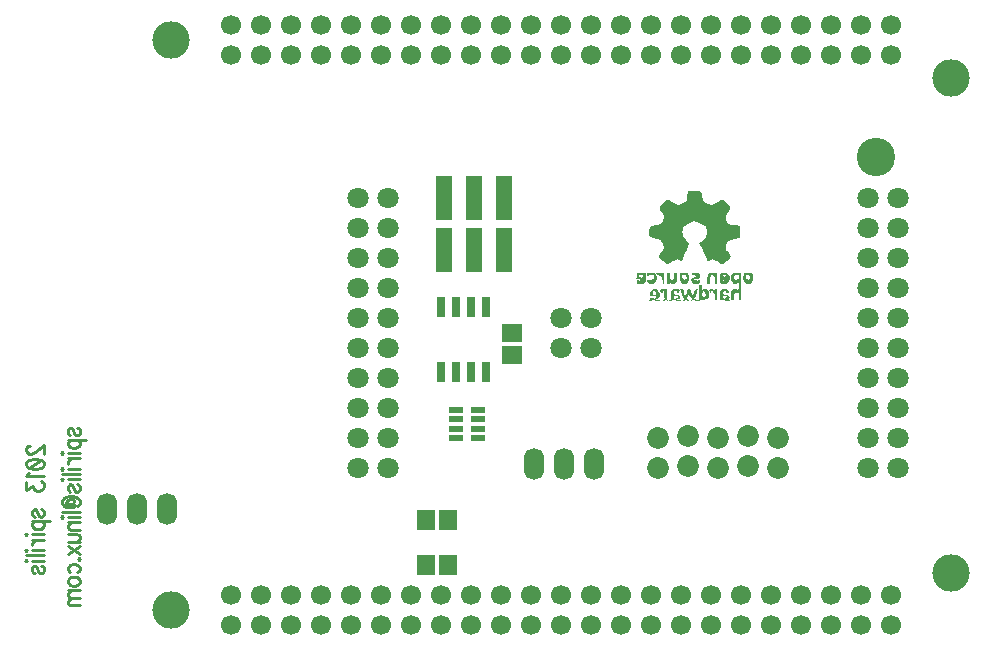
<source format=gbs>
G04 DipTrace 2.3.1.0*
%INbbblp30.GBS*%
%MOMM*%
%ADD12C,0.076*%
%ADD28C,3.175*%
%ADD29C,3.25*%
%ADD34R,1.3X0.6*%
%ADD36R,1.47X3.8*%
%ADD38R,1.7X1.5*%
%ADD40R,0.75X1.7*%
%ADD42C,1.85*%
%ADD44R,1.5X1.7*%
%ADD46O,1.7X2.7*%
%ADD48C,1.8*%
%ADD50C,1.7*%
%ADD53C,0.235*%
%FSLAX53Y53*%
G04*
G71*
G90*
G75*
G01*
%LNBotMask*%
%LPD*%
D50*
X29685Y14439D3*
X32225D3*
X34765D3*
X37305D3*
X39845D3*
X42385D3*
X44925D3*
X47465D3*
X50005D3*
X52545D3*
X55085D3*
X57625D3*
X60165D3*
X62705D3*
X65245D3*
X67785D3*
X70325D3*
X72865D3*
X75405D3*
X77945D3*
X80485D3*
X83025D3*
X85565D3*
Y11899D3*
X83025D3*
X80485D3*
X77945D3*
X75405D3*
X72865D3*
X70325D3*
X67785D3*
X65245D3*
X62705D3*
X60165D3*
X57625D3*
X55085D3*
X52545D3*
X50005D3*
X47465D3*
X44925D3*
X42385D3*
X39845D3*
X37305D3*
X34765D3*
X32225D3*
X29685D3*
Y62699D3*
X32225D3*
X34765D3*
X37305D3*
X39845D3*
X42385D3*
X44925D3*
X47465D3*
X50005D3*
X52545D3*
X55085D3*
X57625D3*
X60165D3*
X62705D3*
X65245D3*
X67785D3*
X70325D3*
X72865D3*
X75405D3*
X77945D3*
X80485D3*
X83025D3*
X85565D3*
Y60159D3*
X83025D3*
X80485D3*
X77945D3*
X75405D3*
X72865D3*
X70325D3*
X67785D3*
X65245D3*
X62705D3*
X60165D3*
X57625D3*
X55085D3*
X52545D3*
X50005D3*
X47465D3*
X44925D3*
X42385D3*
X39845D3*
X37305D3*
X34765D3*
X32225D3*
X29685D3*
D28*
X90645Y58254D3*
Y16344D3*
X24605Y61429D3*
Y13169D3*
D48*
X40480Y25234D3*
Y27774D3*
Y30314D3*
Y32854D3*
Y35394D3*
Y37934D3*
Y40474D3*
Y43014D3*
Y45554D3*
Y48094D3*
X86200Y25234D3*
Y27774D3*
Y30314D3*
Y32854D3*
Y35394D3*
Y37934D3*
Y40474D3*
Y43014D3*
Y45554D3*
Y48094D3*
X43020D3*
Y45554D3*
Y43014D3*
Y40474D3*
Y37934D3*
Y35394D3*
Y32854D3*
Y30314D3*
Y27774D3*
Y25234D3*
X83660Y48094D3*
Y45554D3*
Y43014D3*
Y40474D3*
Y37934D3*
Y35394D3*
Y32854D3*
Y30314D3*
Y27774D3*
Y25234D3*
D46*
X19207Y21742D3*
X21748D3*
X24287D3*
X55402Y25552D3*
X57942D3*
X60482D3*
D48*
X57625Y35394D3*
X60165D3*
X57625Y37934D3*
X60165D3*
D42*
X65880Y25234D3*
X68420Y25361D3*
X70960Y25234D3*
X73500Y25361D3*
X76040Y25234D3*
Y27774D3*
X73500Y27901D3*
X70960Y27774D3*
X68420Y27901D3*
X65880Y27774D3*
D40*
X47465Y38886D3*
X48735D3*
X50005D3*
X51275D3*
Y33330D3*
X50005D3*
X48735D3*
X47465D3*
D38*
X53498Y34764D3*
Y36664D3*
D36*
X47782Y48094D3*
X50322D3*
X47782Y43654D3*
X50322D3*
X52863Y48094D3*
Y43654D3*
D34*
X48735Y27774D3*
Y28574D3*
Y29374D3*
Y30174D3*
X50615Y27774D3*
Y28574D3*
Y29374D3*
Y30174D3*
D44*
X48100Y20789D3*
X46200D3*
X48100Y16979D3*
X46200D3*
D29*
X84295Y51587D3*
X68383Y48653D2*
D12*
X69371D1*
X68383Y48577D2*
X69441D1*
X68380Y48501D2*
X69493D1*
X68370Y48425D2*
X69509D1*
X68352Y48349D2*
X69520D1*
X68333Y48273D2*
X69533D1*
X68319Y48197D2*
X69553D1*
X68312Y48121D2*
X69573D1*
X68309Y48045D2*
X69587D1*
X68304Y47969D2*
X69597D1*
X66559Y47893D2*
X66711D1*
X68294D2*
X69610D1*
X71195D2*
X71347D1*
X66451Y47817D2*
X66857D1*
X68250D2*
X69655D1*
X71049D2*
X71455D1*
X66360Y47741D2*
X66991D1*
X68156D2*
X69750D1*
X70915D2*
X71546D1*
X66281Y47665D2*
X67121D1*
X68030D2*
X69876D1*
X70785D2*
X71625D1*
X66202Y47589D2*
X67293D1*
X67831D2*
X70075D1*
X70613D2*
X71704D1*
X66121Y47513D2*
X67546D1*
X67530D2*
X70376D1*
X70360D2*
X71785D1*
X66053Y47437D2*
X71853D1*
X66002Y47361D2*
X71904D1*
X66002Y47285D2*
X71904D1*
X66013Y47209D2*
X71893D1*
X66037Y47133D2*
X71869D1*
X66079Y47057D2*
X71833D1*
X66140Y46981D2*
X71758D1*
X66204Y46905D2*
X71685D1*
X66258Y46829D2*
X71628D1*
X66305Y46753D2*
X71588D1*
X66344Y46677D2*
X71555D1*
X66371Y46601D2*
X71529D1*
X66386Y46525D2*
X71516D1*
X66371Y46449D2*
X71518D1*
X66352Y46373D2*
X71532D1*
X66330Y46297D2*
X71553D1*
X66305Y46221D2*
X71576D1*
X66277Y46145D2*
X68694D1*
X69121D2*
X71607D1*
X66241Y46069D2*
X68493D1*
X69366D2*
X71650D1*
X66193Y45993D2*
X68334D1*
X69550D2*
X71706D1*
X66066Y45917D2*
X68216D1*
X69679D2*
X71838D1*
X65865Y45841D2*
X68119D1*
X69774D2*
X72054D1*
X65614Y45765D2*
X68039D1*
X69848D2*
X72363D1*
X65393Y45689D2*
X67980D1*
X69903D2*
X72715D1*
X65223Y45613D2*
X67940D1*
X69941D2*
X72715D1*
X65156Y45537D2*
X67906D1*
X69965D2*
X72715D1*
X65134Y45461D2*
X67881D1*
X69984D2*
X72715D1*
X65123Y45385D2*
X67865D1*
X70007D2*
X72715D1*
X65118Y45309D2*
X67857D1*
X70025D2*
X72715D1*
X65116Y45233D2*
X67856D1*
X70030D2*
X72715D1*
X65115Y45157D2*
X67865D1*
X70019D2*
X72715D1*
X65115Y45081D2*
X67882D1*
X70002D2*
X72715D1*
X65120Y45005D2*
X67902D1*
X69988D2*
X72715D1*
X65131Y44929D2*
X67918D1*
X69971D2*
X72715D1*
X65207Y44853D2*
X67941D1*
X69944D2*
X72715D1*
X65436Y44777D2*
X67974D1*
X69901D2*
X72715D1*
X65748Y44701D2*
X68049D1*
X69840D2*
X72325D1*
X66103Y44625D2*
X68125D1*
X69768D2*
X72021D1*
X66127Y44549D2*
X68194D1*
X69686D2*
X71794D1*
X66167Y44473D2*
X68262D1*
X69589D2*
X71705D1*
X66216Y44397D2*
X68332D1*
X69481D2*
X71664D1*
X66261Y44321D2*
X68390D1*
X69371D2*
X71628D1*
X66295Y44245D2*
X68433D1*
X69407D2*
X71592D1*
X66317Y44169D2*
X68394D1*
X69434D2*
X71558D1*
X66336Y44093D2*
X68353D1*
X69465D2*
X71531D1*
X66356Y44017D2*
X68318D1*
X69509D2*
X71517D1*
X66372Y43941D2*
X68286D1*
X69559D2*
X71518D1*
X66353Y43865D2*
X68260D1*
X69605D2*
X71533D1*
X66320Y43789D2*
X68242D1*
X69641D2*
X71554D1*
X66285Y43713D2*
X68224D1*
X69671D2*
X71582D1*
X66244Y43637D2*
X68197D1*
X69699D2*
X71629D1*
X66188Y43561D2*
X68156D1*
X69729D2*
X71698D1*
X66123Y43485D2*
X68106D1*
X69763D2*
X71772D1*
X66066Y43409D2*
X68059D1*
X69807D2*
X71836D1*
X66020Y43333D2*
X68027D1*
X69852D2*
X71884D1*
X65983Y43257D2*
X68002D1*
X69890D2*
X71923D1*
X65974Y43181D2*
X67974D1*
X69923D2*
X71932D1*
X65996Y43105D2*
X67942D1*
X69952D2*
X71910D1*
X66060Y43029D2*
X67908D1*
X69980D2*
X71846D1*
X66140Y42953D2*
X67325D1*
X67623D2*
X67878D1*
X70014D2*
X70283D1*
X70581D2*
X71766D1*
X66221Y42877D2*
X67192D1*
X67775D2*
X67851D1*
X70055D2*
X70131D1*
X70714D2*
X71685D1*
X66292Y42801D2*
X67077D1*
X70829D2*
X71614D1*
X66367Y42725D2*
X66964D1*
X70942D2*
X71539D1*
X66457Y42649D2*
X66841D1*
X71065D2*
X71449D1*
X66559Y42573D2*
X66711D1*
X71195D2*
X71347D1*
X64127Y41737D2*
X64735D1*
X64963D2*
X65571D1*
X65723D2*
X66331D1*
X66635D2*
X66787D1*
X67243D2*
X67395D1*
X67775D2*
X68307D1*
X68763D2*
X69295D1*
X70207D2*
X70815D1*
X71195D2*
X71651D1*
X72183D2*
X72791D1*
X73171D2*
X73779D1*
X64092Y41661D2*
X64761D1*
X64963D2*
X65618D1*
X65885D2*
X66331D1*
X66635D2*
X66787D1*
X67243D2*
X67395D1*
X67740D2*
X68359D1*
X68763D2*
X69330D1*
X70137D2*
X70815D1*
X71160D2*
X71747D1*
X72113D2*
X72791D1*
X73136D2*
X73805D1*
X64070Y41585D2*
X64203D1*
X64569D2*
X64784D1*
X64963D2*
X65039D1*
X65501D2*
X65658D1*
X66035D2*
X66331D1*
X66635D2*
X66787D1*
X67243D2*
X67395D1*
X67718D2*
X67851D1*
X68216D2*
X68404D1*
X69219D2*
X69351D1*
X70085D2*
X70298D1*
X70557D2*
X70815D1*
X71138D2*
X71276D1*
X71646D2*
X71825D1*
X72061D2*
X72274D1*
X72715D2*
X72791D1*
X73114D2*
X73247D1*
X73612D2*
X73828D1*
X64059Y41509D2*
X64203D1*
X64618D2*
X64798D1*
X65515D2*
X65689D1*
X66161D2*
X66331D1*
X66635D2*
X66787D1*
X67243D2*
X67395D1*
X67707D2*
X67851D1*
X68261D2*
X68433D1*
X69119D2*
X69362D1*
X70069D2*
X70253D1*
X70660D2*
X70815D1*
X71127D2*
X71311D1*
X71611D2*
X71853D1*
X72045D2*
X72229D1*
X72715D2*
X72791D1*
X73103D2*
X73247D1*
X73657D2*
X73842D1*
X64054Y41433D2*
X64203D1*
X64659D2*
X64805D1*
X65574D2*
X65704D1*
X66217D2*
X66331D1*
X66635D2*
X66787D1*
X67243D2*
X67395D1*
X67702D2*
X67851D1*
X68286D2*
X68448D1*
X68984D2*
X69336D1*
X70061D2*
X70228D1*
X70700D2*
X70815D1*
X71122D2*
X71430D1*
X71492D2*
X71868D1*
X72037D2*
X72204D1*
X72714D2*
X72791D1*
X73098D2*
X73247D1*
X73682D2*
X73849D1*
X64052Y41357D2*
X64809D1*
X65647D2*
X65704D1*
X66237D2*
X66331D1*
X66635D2*
X66791D1*
X67239D2*
X67395D1*
X67700D2*
X67855D1*
X68294D2*
X68454D1*
X68839D2*
X69206D1*
X70057D2*
X70216D1*
X70722D2*
X70815D1*
X71120D2*
X71872D1*
X72034D2*
X72196D1*
X72708D2*
X72791D1*
X73096D2*
X73251D1*
X73690D2*
X73853D1*
X64051Y41281D2*
X64807D1*
X65553D2*
X65690D1*
X66248D2*
X66331D1*
X66635D2*
X66801D1*
X67229D2*
X67395D1*
X67702D2*
X67865D1*
X68291D2*
X68451D1*
X68728D2*
X69005D1*
X70056D2*
X70210D1*
X70733D2*
X70815D1*
X71119D2*
X71865D1*
X72038D2*
X72199D1*
X72691D2*
X72791D1*
X73098D2*
X73261D1*
X73687D2*
X73851D1*
X64659Y41205D2*
X64797D1*
X65442D2*
X65671D1*
X66252D2*
X66331D1*
X66635D2*
X66857D1*
X67173D2*
X67394D1*
X67712D2*
X67921D1*
X68236D2*
X68440D1*
X68646D2*
X68763D1*
X70055D2*
X70208D1*
X70737D2*
X70815D1*
X71651D2*
X71847D1*
X72050D2*
X72254D1*
X72606D2*
X72791D1*
X73108D2*
X73317D1*
X73632D2*
X73841D1*
X64127Y41129D2*
X64203D1*
X64441D2*
X64774D1*
X64963D2*
X65115D1*
X65292D2*
X65649D1*
X66254D2*
X66331D1*
X66635D2*
X66999D1*
X67031D2*
X67385D1*
X67736D2*
X68063D1*
X68094D2*
X68396D1*
X68684D2*
X68981D1*
X69219D2*
X69371D1*
X70055D2*
X70207D1*
X70738D2*
X70815D1*
X71119D2*
X71271D1*
X71509D2*
X71822D1*
X72094D2*
X72396D1*
X72409D2*
X72791D1*
X73132D2*
X73459D1*
X73490D2*
X73818D1*
X64097Y41053D2*
X64731D1*
X64983D2*
X65620D1*
X66255D2*
X66331D1*
X66635D2*
X67365D1*
X67779D2*
X68343D1*
X68731D2*
X69357D1*
X70055D2*
X70207D1*
X70739D2*
X70815D1*
X71133D2*
X71785D1*
X72147D2*
X72791D1*
X73175D2*
X73775D1*
X64107Y40977D2*
X64664D1*
X65042D2*
X65529D1*
X66255D2*
X66331D1*
X66635D2*
X67276D1*
X67846D2*
X68288D1*
X68783D2*
X69330D1*
X70055D2*
X70207D1*
X70739D2*
X70815D1*
X71160D2*
X71726D1*
X72202D2*
X72791D1*
X73242D2*
X73708D1*
X64127Y40901D2*
X64583D1*
X65115D2*
X65419D1*
X66255D2*
X66331D1*
X66635D2*
X66787D1*
X66939D2*
X67167D1*
X67927D2*
X68231D1*
X68839D2*
X69295D1*
X70055D2*
X70207D1*
X70739D2*
X70815D1*
X71195D2*
X71651D1*
X72259D2*
X72487D1*
X72715D2*
X72791D1*
X73323D2*
X73627D1*
X72715Y40825D2*
X72791D1*
X69371Y40749D2*
X69523D1*
X72715D2*
X72791D1*
X69371Y40673D2*
X69523D1*
X72715D2*
X72791D1*
X69371Y40597D2*
X69523D1*
X72714D2*
X72791D1*
X69371Y40521D2*
X69523D1*
X72709D2*
X72791D1*
X69371Y40445D2*
X69523D1*
X72695D2*
X72791D1*
X65419Y40369D2*
X65647D1*
X66103D2*
X66255D1*
X66407D2*
X66559D1*
X67167D2*
X67547D1*
X67775D2*
X67927D1*
X68383D2*
X68535D1*
X69067D2*
X69143D1*
X69371D2*
X69523D1*
X69675D2*
X69903D1*
X70283D2*
X70435D1*
X70739D2*
X70815D1*
X71347D2*
X71651D1*
X72259D2*
X72487D1*
X72636D2*
X72791D1*
X65323Y40293D2*
X65755D1*
X66027D2*
X66559D1*
X67062D2*
X67623D1*
X67781D2*
X67953D1*
X68357D2*
X68541D1*
X68997D2*
X69117D1*
X69371D2*
X69990D1*
X70207D2*
X70815D1*
X71242D2*
X71722D1*
X72172D2*
X72791D1*
X65245Y40217D2*
X65407D1*
X65659D2*
X65830D1*
X66067D2*
X66179D1*
X66343D2*
X66559D1*
X66984D2*
X67155D1*
X67471D2*
X67583D1*
X67793D2*
X67976D1*
X68334D2*
X68553D1*
X68945D2*
X69094D1*
X69371D2*
X69587D1*
X69770D2*
X70067D1*
X70247D2*
X70283D1*
X70529D2*
X70815D1*
X71164D2*
X71335D1*
X71651D2*
X71769D1*
X72095D2*
X72791D1*
X65217Y40141D2*
X65388D1*
X65678D2*
X65882D1*
X66103D2*
X66179D1*
X66362D2*
X66559D1*
X66960D2*
X67136D1*
X67471D2*
X67547D1*
X67835D2*
X67991D1*
X68316D2*
X68595D1*
X68926D2*
X69077D1*
X69371D2*
X69568D1*
X69823D2*
X70099D1*
X70283D2*
D3*
X70567D2*
X70815D1*
X71140D2*
X71316D1*
X71651D2*
X71803D1*
X72063D2*
X72791D1*
X65202Y40065D2*
X65365D1*
X65701D2*
X65916D1*
X66381D2*
X66559D1*
X66948D2*
X67113D1*
X67878D2*
X68004D1*
X68298D2*
X68638D1*
X68902D2*
X69060D1*
X69371D2*
X69549D1*
X69882D2*
X70117D1*
X70623D2*
X70815D1*
X71128D2*
X71293D1*
X72045D2*
X72274D1*
X72715D2*
X72791D1*
X65195Y39989D2*
X65343D1*
X65723D2*
X65935D1*
X66395D2*
X66559D1*
X66942D2*
X67091D1*
X67915D2*
X68022D1*
X68249D2*
X68677D1*
X68867D2*
X69038D1*
X69371D2*
X69535D1*
X69934D2*
X70126D1*
X70675D2*
X70815D1*
X71122D2*
X71271D1*
X72036D2*
X72229D1*
X72715D2*
X72791D1*
X65193Y39913D2*
X65944D1*
X66402D2*
X66559D1*
X66940D2*
X67363D1*
X67947D2*
X68082D1*
X68135D2*
X68307D1*
X68520D2*
X68718D1*
X68782D2*
X69017D1*
X69371D2*
X69530D1*
X69952D2*
X70129D1*
X70709D2*
X70815D1*
X71120D2*
X71543D1*
X72033D2*
X72204D1*
X72715D2*
X72791D1*
X65723Y39837D2*
X65945D1*
X66405D2*
X66559D1*
X66939D2*
X67094D1*
X67443D2*
X67570D1*
X67973D2*
X68304D1*
X68565D2*
X68998D1*
X69371D2*
X69529D1*
X69938D2*
X70130D1*
X70726D2*
X70815D1*
X71119D2*
X71274D1*
X71635D2*
X71750D1*
X72032D2*
X72192D1*
X72715D2*
X72791D1*
X65709Y39761D2*
X65941D1*
X66407D2*
X66558D1*
X66939D2*
X67106D1*
X67542D2*
X67648D1*
X67993D2*
X68293D1*
X68597D2*
X68971D1*
X69371D2*
X69564D1*
X69884D2*
X70127D1*
X70734D2*
X70815D1*
X71119D2*
X71286D1*
X71687D2*
X71828D1*
X72031D2*
X72186D1*
X72715D2*
X72791D1*
X65682Y39685D2*
X65910D1*
X66416D2*
X66549D1*
X66939D2*
X67132D1*
X67623D2*
X67669D1*
X68013D2*
X68274D1*
X68628D2*
X68925D1*
X69371D2*
X69682D1*
X69754D2*
X70121D1*
X70737D2*
X70815D1*
X71119D2*
X71312D1*
X71637D2*
X71851D1*
X72031D2*
X72184D1*
X72715D2*
X72791D1*
X65191Y39609D2*
X65419D1*
X65647D2*
X65798D1*
X66437D2*
X66529D1*
X66939D2*
X67167D1*
X67395D2*
X67679D1*
X68071D2*
X68214D1*
X68727D2*
X68861D1*
X69371D2*
X69919D1*
X70738D2*
X70815D1*
X71119D2*
X71347D1*
X71575D2*
X71832D1*
X72031D2*
X72183D1*
X72715D2*
X72791D1*
X65191Y39533D2*
X65489D1*
X66526D2*
X66440D1*
X66939D2*
X67257D1*
X68215D2*
X68120D1*
X68881D2*
X68780D1*
X69371D2*
X69577D1*
X70739D2*
X70815D1*
X71119D2*
X71803D1*
X72031D2*
X72183D1*
X72715D2*
X72791D1*
X68383Y48653D2*
Y48577D1*
X68380Y48501D1*
X68370Y48425D1*
X68352Y48349D1*
X68333Y48273D1*
X68319Y48197D1*
X68312Y48121D1*
X68309Y48045D1*
X68304Y47969D1*
X68294Y47893D1*
X68250Y47817D1*
X68156Y47741D1*
X68030Y47665D1*
X67831Y47589D1*
X67530Y47513D1*
X67167Y47437D1*
X69371Y48653D2*
X69441Y48577D1*
X69493Y48501D1*
X69509Y48425D1*
X69520Y48349D1*
X69533Y48273D1*
X69553Y48197D1*
X69573Y48121D1*
X69587Y48045D1*
X69597Y47969D1*
X69610Y47893D1*
X69655Y47817D1*
X69750Y47741D1*
X69876Y47665D1*
X70075Y47589D1*
X70376Y47513D1*
X70739Y47437D1*
X66559Y47893D2*
X66451Y47817D1*
X66360Y47741D1*
X66281Y47665D1*
X66202Y47589D1*
X66121Y47513D1*
X66053Y47437D1*
X66002Y47361D1*
Y47285D1*
X66013Y47209D1*
X66037Y47133D1*
X66079Y47057D1*
X66140Y46981D1*
X66204Y46905D1*
X66258Y46829D1*
X66305Y46753D1*
X66344Y46677D1*
X66371Y46601D1*
X66386Y46525D1*
X66371Y46449D1*
X66352Y46373D1*
X66330Y46297D1*
X66305Y46221D1*
X66277Y46145D1*
X66241Y46069D1*
X66193Y45993D1*
X66066Y45917D1*
X65865Y45841D1*
X65614Y45765D1*
X65393Y45689D1*
X65223Y45613D1*
X65156Y45537D1*
X65134Y45461D1*
X65123Y45385D1*
X65118Y45309D1*
X65116Y45233D1*
X65115Y45157D1*
Y45081D1*
X65120Y45005D1*
X65131Y44929D1*
X65207Y44853D1*
X65436Y44777D1*
X65748Y44701D1*
X66103Y44625D1*
X66127Y44549D1*
X66167Y44473D1*
X66216Y44397D1*
X66261Y44321D1*
X66295Y44245D1*
X66317Y44169D1*
X66336Y44093D1*
X66356Y44017D1*
X66372Y43941D1*
X66353Y43865D1*
X66320Y43789D1*
X66285Y43713D1*
X66244Y43637D1*
X66188Y43561D1*
X66123Y43485D1*
X66066Y43409D1*
X66020Y43333D1*
X65983Y43257D1*
X65974Y43181D1*
X65996Y43105D1*
X66060Y43029D1*
X66140Y42953D1*
X66221Y42877D1*
X66292Y42801D1*
X66367Y42725D1*
X66457Y42649D1*
X66559Y42573D1*
X66711Y47893D2*
X66857Y47817D1*
X66991Y47741D1*
X67121Y47665D1*
X67293Y47589D1*
X67546Y47513D1*
X67851Y47437D1*
X71195Y47893D2*
X71049Y47817D1*
X70915Y47741D1*
X70785Y47665D1*
X70613Y47589D1*
X70360Y47513D1*
X70055Y47437D1*
X71347Y47893D2*
X71455Y47817D1*
X71546Y47741D1*
X71625Y47665D1*
X71704Y47589D1*
X71785Y47513D1*
X71853Y47437D1*
X71904Y47361D1*
Y47285D1*
X71893Y47209D1*
X71869Y47133D1*
X71833Y47057D1*
X71758Y46981D1*
X71685Y46905D1*
X71628Y46829D1*
X71588Y46753D1*
X71555Y46677D1*
X71529Y46601D1*
X71516Y46525D1*
X71518Y46449D1*
X71532Y46373D1*
X71553Y46297D1*
X71576Y46221D1*
X71607Y46145D1*
X71650Y46069D1*
X71706Y45993D1*
X71838Y45917D1*
X72054Y45841D1*
X72363Y45765D1*
X72715Y45689D1*
Y45613D1*
Y45537D1*
Y45461D1*
Y45385D1*
Y45309D1*
Y45233D1*
Y45157D1*
Y45081D1*
Y45005D1*
Y44929D1*
Y44853D1*
Y44777D1*
X72325Y44701D1*
X72021Y44625D1*
X71794Y44549D1*
X71705Y44473D1*
X71664Y44397D1*
X71628Y44321D1*
X71592Y44245D1*
X71558Y44169D1*
X71531Y44093D1*
X71517Y44017D1*
X71518Y43941D1*
X71533Y43865D1*
X71554Y43789D1*
X71582Y43713D1*
X71629Y43637D1*
X71698Y43561D1*
X71772Y43485D1*
X71836Y43409D1*
X71884Y43333D1*
X71923Y43257D1*
X71932Y43181D1*
X71910Y43105D1*
X71846Y43029D1*
X71766Y42953D1*
X71685Y42877D1*
X71614Y42801D1*
X71539Y42725D1*
X71449Y42649D1*
X71347Y42573D1*
X68915Y46221D2*
X68694Y46145D1*
X68493Y46069D1*
X68334Y45993D1*
X68216Y45917D1*
X68119Y45841D1*
X68039Y45765D1*
X67980Y45689D1*
X67940Y45613D1*
X67906Y45537D1*
X67881Y45461D1*
X67865Y45385D1*
X67857Y45309D1*
X67856Y45233D1*
X67865Y45157D1*
X67882Y45081D1*
X67902Y45005D1*
X67918Y44929D1*
X67941Y44853D1*
X67974Y44777D1*
X68049Y44701D1*
X68125Y44625D1*
X68194Y44549D1*
X68262Y44473D1*
X68332Y44397D1*
X68390Y44321D1*
X68433Y44245D1*
X68394Y44169D1*
X68353Y44093D1*
X68318Y44017D1*
X68286Y43941D1*
X68260Y43865D1*
X68242Y43789D1*
X68224Y43713D1*
X68197Y43637D1*
X68156Y43561D1*
X68106Y43485D1*
X68059Y43409D1*
X68027Y43333D1*
X68002Y43257D1*
X67974Y43181D1*
X67942Y43105D1*
X67908Y43029D1*
X67878Y42953D1*
X67851Y42877D1*
X68839Y46221D2*
X69121Y46145D1*
X69366Y46069D1*
X69550Y45993D1*
X69679Y45917D1*
X69774Y45841D1*
X69848Y45765D1*
X69903Y45689D1*
X69941Y45613D1*
X69965Y45537D1*
X69984Y45461D1*
X70007Y45385D1*
X70025Y45309D1*
X70030Y45233D1*
X70019Y45157D1*
X70002Y45081D1*
X69988Y45005D1*
X69971Y44929D1*
X69944Y44853D1*
X69901Y44777D1*
X69840Y44701D1*
X69768Y44625D1*
X69686Y44549D1*
X69589Y44473D1*
X69481Y44397D1*
X69371Y44321D1*
X69407Y44245D1*
X69434Y44169D1*
X69465Y44093D1*
X69509Y44017D1*
X69559Y43941D1*
X69605Y43865D1*
X69641Y43789D1*
X69671Y43713D1*
X69699Y43637D1*
X69729Y43561D1*
X69763Y43485D1*
X69807Y43409D1*
X69852Y43333D1*
X69890Y43257D1*
X69923Y43181D1*
X69952Y43105D1*
X69980Y43029D1*
X70014Y42953D1*
X70055Y42877D1*
X67471Y43029D2*
X67325Y42953D1*
X67192Y42877D1*
X67077Y42801D1*
X66964Y42725D1*
X66841Y42649D1*
X66711Y42573D1*
X67471Y43029D2*
X67623Y42953D1*
X67775Y42877D1*
X70435Y43029D2*
X70283Y42953D1*
X70131Y42877D1*
X70435Y43029D2*
X70581Y42953D1*
X70714Y42877D1*
X70829Y42801D1*
X70942Y42725D1*
X71065Y42649D1*
X71195Y42573D1*
X64127Y41737D2*
X64092Y41661D1*
X64070Y41585D1*
X64059Y41509D1*
X64054Y41433D1*
X64052Y41357D1*
X64051Y41281D1*
X64659Y41205D1*
X64441Y41129D1*
X64203Y41053D1*
X64735Y41737D2*
X64761Y41661D1*
X64784Y41585D1*
X64798Y41509D1*
X64805Y41433D1*
X64809Y41357D1*
X64807Y41281D1*
X64797Y41205D1*
X64774Y41129D1*
X64731Y41053D1*
X64664Y40977D1*
X64583Y40901D1*
X64963Y41737D2*
Y41661D1*
Y41585D1*
X65571Y41737D2*
X65618Y41661D1*
X65658Y41585D1*
X65689Y41509D1*
X65704Y41433D1*
Y41357D1*
X65690Y41281D1*
X65671Y41205D1*
X65649Y41129D1*
X65620Y41053D1*
X65529Y40977D1*
X65419Y40901D1*
X65723Y41737D2*
X65885Y41661D1*
X66035Y41585D1*
X66161Y41509D1*
X66217Y41433D1*
X66237Y41357D1*
X66248Y41281D1*
X66252Y41205D1*
X66254Y41129D1*
X66255Y41053D1*
Y40977D1*
Y40901D1*
X66331Y41737D2*
Y41661D1*
Y41585D1*
Y41509D1*
Y41433D1*
Y41357D1*
Y41281D1*
Y41205D1*
Y41129D1*
Y41053D1*
Y40977D1*
Y40901D1*
X66635Y41737D2*
Y41661D1*
Y41585D1*
Y41509D1*
Y41433D1*
Y41357D1*
Y41281D1*
Y41205D1*
Y41129D1*
Y41053D1*
Y40977D1*
Y40901D1*
X66787Y41737D2*
Y41661D1*
Y41585D1*
Y41509D1*
Y41433D1*
X66791Y41357D1*
X66801Y41281D1*
X66857Y41205D1*
X66999Y41129D1*
X67167Y41053D1*
X67243Y41737D2*
Y41661D1*
Y41585D1*
Y41509D1*
Y41433D1*
X67239Y41357D1*
X67229Y41281D1*
X67173Y41205D1*
X67031Y41129D1*
X66863Y41053D1*
X67395Y41737D2*
Y41661D1*
Y41585D1*
Y41509D1*
Y41433D1*
Y41357D1*
Y41281D1*
X67394Y41205D1*
X67385Y41129D1*
X67365Y41053D1*
X67276Y40977D1*
X67167Y40901D1*
X67775Y41737D2*
X67740Y41661D1*
X67718Y41585D1*
X67707Y41509D1*
X67702Y41433D1*
X67700Y41357D1*
X67702Y41281D1*
X67712Y41205D1*
X67736Y41129D1*
X67779Y41053D1*
X67846Y40977D1*
X67927Y40901D1*
X68307Y41737D2*
X68359Y41661D1*
X68404Y41585D1*
X68433Y41509D1*
X68448Y41433D1*
X68454Y41357D1*
X68451Y41281D1*
X68440Y41205D1*
X68396Y41129D1*
X68343Y41053D1*
X68288Y40977D1*
X68231Y40901D1*
X68763Y41737D2*
Y41661D1*
X69219Y41585D1*
X69119Y41509D1*
X68984Y41433D1*
X68839Y41357D1*
X68728Y41281D1*
X68646Y41205D1*
X68684Y41129D1*
X68731Y41053D1*
X68783Y40977D1*
X68839Y40901D1*
X69295Y41737D2*
X69330Y41661D1*
X69351Y41585D1*
X69362Y41509D1*
X69336Y41433D1*
X69206Y41357D1*
X69005Y41281D1*
X68763Y41205D1*
X68981Y41129D1*
X69219Y41053D1*
X70207Y41737D2*
X70137Y41661D1*
X70085Y41585D1*
X70069Y41509D1*
X70061Y41433D1*
X70057Y41357D1*
X70056Y41281D1*
X70055Y41205D1*
Y41129D1*
Y41053D1*
Y40977D1*
Y40901D1*
X70815Y41737D2*
Y41661D1*
Y41585D1*
Y41509D1*
Y41433D1*
Y41357D1*
Y41281D1*
Y41205D1*
Y41129D1*
Y41053D1*
Y40977D1*
Y40901D1*
X71195Y41737D2*
X71160Y41661D1*
X71138Y41585D1*
X71127Y41509D1*
X71122Y41433D1*
X71120Y41357D1*
X71119Y41281D1*
Y41205D1*
X71651D1*
X71509Y41129D1*
X71347Y41053D1*
X71651Y41737D2*
X71747Y41661D1*
X71825Y41585D1*
X71853Y41509D1*
X71868Y41433D1*
X71872Y41357D1*
X71865Y41281D1*
X71847Y41205D1*
X71822Y41129D1*
X71785Y41053D1*
X71726Y40977D1*
X71651Y40901D1*
X72183Y41737D2*
X72113Y41661D1*
X72061Y41585D1*
X72045Y41509D1*
X72037Y41433D1*
X72034Y41357D1*
X72038Y41281D1*
X72050Y41205D1*
X72094Y41129D1*
X72147Y41053D1*
X72202Y40977D1*
X72259Y40901D1*
X72791Y41737D2*
Y41661D1*
Y41585D1*
Y41509D1*
Y41433D1*
Y41357D1*
Y41281D1*
Y41205D1*
Y41129D1*
Y41053D1*
Y40977D1*
Y40901D1*
Y40825D1*
Y40749D1*
Y40673D1*
Y40597D1*
Y40521D1*
Y40445D1*
Y40369D1*
Y40293D1*
Y40217D1*
Y40141D1*
Y40065D1*
Y39989D1*
Y39913D1*
Y39837D1*
Y39761D1*
Y39685D1*
Y39609D1*
Y39533D1*
X73171Y41737D2*
X73136Y41661D1*
X73114Y41585D1*
X73103Y41509D1*
X73098Y41433D1*
X73096Y41357D1*
X73098Y41281D1*
X73108Y41205D1*
X73132Y41129D1*
X73175Y41053D1*
X73242Y40977D1*
X73323Y40901D1*
X73779Y41737D2*
X73805Y41661D1*
X73828Y41585D1*
X73842Y41509D1*
X73849Y41433D1*
X73853Y41357D1*
X73851Y41281D1*
X73841Y41205D1*
X73818Y41129D1*
X73775Y41053D1*
X73708Y40977D1*
X73627Y40901D1*
X64203Y41661D2*
Y41585D1*
Y41509D1*
Y41433D1*
X64583Y41357D1*
X64507Y41661D2*
X64569Y41585D1*
X64618Y41509D1*
X64659Y41433D1*
X64279Y41357D1*
X65115Y41661D2*
X65039Y41585D1*
X65495Y41661D2*
X65501Y41585D1*
X65515Y41509D1*
X65574Y41433D1*
X65647Y41357D1*
X65553Y41281D1*
X65442Y41205D1*
X65292Y41129D1*
X65115Y41053D1*
X67851Y41661D2*
Y41585D1*
Y41509D1*
Y41433D1*
X67855Y41357D1*
X67865Y41281D1*
X67921Y41205D1*
X68063Y41129D1*
X68231Y41053D1*
X68155Y41661D2*
X68216Y41585D1*
X68261Y41509D1*
X68286Y41433D1*
X68294Y41357D1*
X68291Y41281D1*
X68236Y41205D1*
X68094Y41129D1*
X67927Y41053D1*
X70359Y41661D2*
X70298Y41585D1*
X70253Y41509D1*
X70228Y41433D1*
X70216Y41357D1*
X70210Y41281D1*
X70208Y41205D1*
X70207Y41129D1*
Y41053D1*
Y40977D1*
Y40901D1*
X70435Y41661D2*
X70557Y41585D1*
X70660Y41509D1*
X70700Y41433D1*
X70722Y41357D1*
X70733Y41281D1*
X70737Y41205D1*
X70738Y41129D1*
X70739Y41053D1*
Y40977D1*
Y40901D1*
X71271Y41661D2*
X71276Y41585D1*
X71311Y41509D1*
X71430Y41433D1*
X71575Y41357D1*
X71651Y41661D2*
X71646Y41585D1*
X71611Y41509D1*
X71492Y41433D1*
X71347Y41357D1*
X72335Y41661D2*
X72274Y41585D1*
X72229Y41509D1*
X72204Y41433D1*
X72196Y41357D1*
X72199Y41281D1*
X72254Y41205D1*
X72396Y41129D1*
X72563Y41053D1*
X72715Y41661D2*
Y41585D1*
Y41509D1*
X72714Y41433D1*
X72708Y41357D1*
X72691Y41281D1*
X72606Y41205D1*
X72409Y41129D1*
X72183Y41053D1*
X73247Y41661D2*
Y41585D1*
Y41509D1*
Y41433D1*
X73251Y41357D1*
X73261Y41281D1*
X73317Y41205D1*
X73459Y41129D1*
X73627Y41053D1*
X73551Y41661D2*
X73612Y41585D1*
X73657Y41509D1*
X73682Y41433D1*
X73690Y41357D1*
X73687Y41281D1*
X73632Y41205D1*
X73490Y41129D1*
X73323Y41053D1*
X64127Y41129D2*
X64097Y41053D1*
X64107Y40977D1*
X64127Y40901D1*
X64203Y41129D2*
X64279Y41053D1*
X64963Y41129D2*
X64983Y41053D1*
X65042Y40977D1*
X65115Y40901D1*
Y41129D2*
X65191Y41053D1*
X69219Y41129D2*
X69143Y41053D1*
X69371Y41129D2*
X69357Y41053D1*
X69330Y40977D1*
X69295Y40901D1*
X71119Y41129D2*
X71133Y41053D1*
X71160Y40977D1*
X71195Y40901D1*
X71271Y41129D2*
X71347Y41053D1*
X66863Y40977D2*
X66787Y40901D1*
X66863Y40977D2*
X66939Y40901D1*
X72563Y40977D2*
X72487Y40901D1*
X72715Y40977D2*
Y40901D1*
Y40825D1*
Y40749D1*
Y40673D1*
X72714Y40597D1*
X72709Y40521D1*
X72695Y40445D1*
X72636Y40369D1*
X72563Y40293D1*
X69371Y40749D2*
Y40673D1*
Y40597D1*
Y40521D1*
Y40445D1*
Y40369D1*
Y40293D1*
Y40217D1*
Y40141D1*
Y40065D1*
Y39989D1*
Y39913D1*
Y39837D1*
Y39761D1*
Y39685D1*
Y39609D1*
Y39533D1*
X69523Y40749D2*
Y40673D1*
Y40597D1*
Y40521D1*
Y40445D1*
Y40369D1*
X65419D2*
X65323Y40293D1*
X65245Y40217D1*
X65217Y40141D1*
X65202Y40065D1*
X65195Y39989D1*
X65193Y39913D1*
X65191Y39837D1*
X65723D1*
X65709Y39761D1*
X65682Y39685D1*
X65647Y39609D1*
Y40369D2*
X65755Y40293D1*
X65830Y40217D1*
X65882Y40141D1*
X65916Y40065D1*
X65935Y39989D1*
X65944Y39913D1*
X65945Y39837D1*
X65941Y39761D1*
X65910Y39685D1*
X65798Y39609D1*
X65489Y39533D1*
X65115Y39457D1*
X66103Y40369D2*
X66027Y40293D1*
X66067Y40217D1*
X66103Y40141D1*
X66255Y40369D2*
X66407D2*
X66559D2*
Y40293D1*
Y40217D1*
Y40141D1*
Y40065D1*
Y39989D1*
Y39913D1*
Y39837D1*
X66558Y39761D1*
X66549Y39685D1*
X66529Y39609D1*
X66440Y39533D1*
X66331Y39457D1*
X67167Y40369D2*
X67062Y40293D1*
X66984Y40217D1*
X66960Y40141D1*
X66948Y40065D1*
X66942Y39989D1*
X66940Y39913D1*
X66939Y39837D1*
Y39761D1*
Y39685D1*
Y39609D1*
Y39533D1*
X67699Y39457D1*
X67547Y40369D2*
X67623Y40293D1*
X67583Y40217D1*
X67547Y40141D1*
X67775Y40369D2*
X67781Y40293D1*
X67793Y40217D1*
X67835Y40141D1*
X67878Y40065D1*
X67915Y39989D1*
X67947Y39913D1*
X67973Y39837D1*
X67993Y39761D1*
X68013Y39685D1*
X68071Y39609D1*
X68215Y39533D1*
X68383Y39457D1*
X67927Y40369D2*
X67953Y40293D1*
X67976Y40217D1*
X67991Y40141D1*
X68004Y40065D1*
X68022Y39989D1*
X68082Y39913D1*
X68155Y39837D1*
X68383Y40369D2*
X68357Y40293D1*
X68334Y40217D1*
X68316Y40141D1*
X68298Y40065D1*
X68249Y39989D1*
X68135Y39913D1*
X68003Y39837D1*
X68535Y40369D2*
X68541Y40293D1*
X68553Y40217D1*
X68595Y40141D1*
X68638Y40065D1*
X68677Y39989D1*
X68718Y39913D1*
X68763Y39837D1*
X69067Y40369D2*
X68997Y40293D1*
X68945Y40217D1*
X68926Y40141D1*
X68902Y40065D1*
X68867Y39989D1*
X68782Y39913D1*
X68687Y39837D1*
X69143Y40369D2*
X69117Y40293D1*
X69094Y40217D1*
X69077Y40141D1*
X69060Y40065D1*
X69038Y39989D1*
X69017Y39913D1*
X68998Y39837D1*
X68971Y39761D1*
X68925Y39685D1*
X68861Y39609D1*
X68780Y39533D1*
X68687Y39457D1*
X69675Y40369D2*
X69903D2*
X69990Y40293D1*
X70067Y40217D1*
X70099Y40141D1*
X70117Y40065D1*
X70126Y39989D1*
X70129Y39913D1*
X70130Y39837D1*
X70127Y39761D1*
X70121Y39685D1*
X69919Y39609D1*
X69577Y39533D1*
X69143Y39457D1*
X70283Y40369D2*
X70207Y40293D1*
X70247Y40217D1*
X70283Y40141D1*
X70435Y40369D2*
X70511Y40293D1*
X70739Y40369D2*
X70815D2*
Y40293D1*
Y40217D1*
Y40141D1*
Y40065D1*
Y39989D1*
Y39913D1*
Y39837D1*
Y39761D1*
Y39685D1*
Y39609D1*
Y39533D1*
X71347Y40369D2*
X71242Y40293D1*
X71164Y40217D1*
X71140Y40141D1*
X71128Y40065D1*
X71122Y39989D1*
X71120Y39913D1*
X71119Y39837D1*
Y39761D1*
Y39685D1*
Y39609D1*
Y39533D1*
X71879Y39457D1*
X71651Y40369D2*
X71722Y40293D1*
X71769Y40217D1*
X71803Y40141D1*
X72259Y40369D2*
X72172Y40293D1*
X72095Y40217D1*
X72063Y40141D1*
X72045Y40065D1*
X72036Y39989D1*
X72033Y39913D1*
X72032Y39837D1*
X72031Y39761D1*
Y39685D1*
Y39609D1*
Y39533D1*
X72487Y40369D2*
X72563Y40293D1*
X65419D2*
X65407Y40217D1*
X65388Y40141D1*
X65365Y40065D1*
X65343Y39989D1*
X65647Y40293D2*
X65659Y40217D1*
X65678Y40141D1*
X65701Y40065D1*
X65723Y39989D1*
X66179Y40293D2*
Y40217D1*
Y40141D1*
X66331Y40293D2*
X66343Y40217D1*
X66362Y40141D1*
X66381Y40065D1*
X66395Y39989D1*
X66402Y39913D1*
X66405Y39837D1*
X66407Y39761D1*
X66416Y39685D1*
X66437Y39609D1*
X66526Y39533D1*
X66635Y39457D1*
X67167Y40293D2*
X67155Y40217D1*
X67136Y40141D1*
X67113Y40065D1*
X67091Y39989D1*
X67363Y39913D1*
X67570Y39837D1*
X67648Y39761D1*
X67669Y39685D1*
X67679Y39609D1*
X67257Y39533D1*
X66787Y39457D1*
X67471Y40293D2*
Y40217D1*
Y40141D1*
X69599Y40293D2*
X69587Y40217D1*
X69568Y40141D1*
X69549Y40065D1*
X69535Y39989D1*
X69530Y39913D1*
X69529Y39837D1*
X69564Y39761D1*
X69682Y39685D1*
X69827Y39609D1*
X69751Y40293D2*
X69770Y40217D1*
X69823Y40141D1*
X69882Y40065D1*
X69934Y39989D1*
X69952Y39913D1*
X69938Y39837D1*
X69884Y39761D1*
X69754Y39685D1*
X69599Y39609D1*
X70511Y40293D2*
X70529Y40217D1*
X70567Y40141D1*
X70623Y40065D1*
X70675Y39989D1*
X70709Y39913D1*
X70726Y39837D1*
X70734Y39761D1*
X70737Y39685D1*
X70738Y39609D1*
X70739Y39533D1*
X71347Y40293D2*
X71335Y40217D1*
X71316Y40141D1*
X71293Y40065D1*
X71271Y39989D1*
X71543Y39913D1*
X71750Y39837D1*
X71828Y39761D1*
X71851Y39685D1*
X71832Y39609D1*
X71803Y39533D1*
X71651Y40293D2*
Y40217D1*
Y40141D1*
X72335D2*
X72274Y40065D1*
X72229Y39989D1*
X72204Y39913D1*
X72192Y39837D1*
X72186Y39761D1*
X72184Y39685D1*
X72183Y39609D1*
Y39533D1*
X72715Y40141D2*
Y40065D1*
Y39989D1*
Y39913D1*
Y39837D1*
Y39761D1*
Y39685D1*
Y39609D1*
Y39533D1*
X68307Y39913D2*
X68304Y39837D1*
X68293Y39761D1*
X68274Y39685D1*
X68214Y39609D1*
X68120Y39533D1*
X68003Y39457D1*
X68459Y39989D2*
X68520Y39913D1*
X68565Y39837D1*
X68597Y39761D1*
X68628Y39685D1*
X68727Y39609D1*
X68881Y39533D1*
X69067Y39457D1*
X67091Y39913D2*
X67094Y39837D1*
X67106Y39761D1*
X67132Y39685D1*
X67167Y39609D1*
X67319Y39913D2*
X67443Y39837D1*
X67542Y39761D1*
X67623Y39685D1*
X67395Y39609D1*
X71271Y39913D2*
X71274Y39837D1*
X71286Y39761D1*
X71312Y39685D1*
X71347Y39609D1*
X71575Y39913D2*
X71635Y39837D1*
X71687Y39761D1*
X71637Y39685D1*
X71575Y39609D1*
X65191D2*
Y39533D1*
X65951Y39457D1*
X65419Y39609D2*
X12722Y27131D2*
D53*
X12649D1*
X12503Y27074D1*
X12430Y27016D1*
X12358Y26898D1*
Y26665D1*
X12430Y26549D1*
X12503Y26491D1*
X12649Y26432D1*
X12794D1*
X12941Y26491D1*
X13158Y26607D1*
X13887Y27191D1*
Y26374D1*
X12358Y25647D2*
X12430Y25822D1*
X12649Y25940D1*
X13013Y25998D1*
X13232D1*
X13596Y25940D1*
X13815Y25822D1*
X13887Y25647D1*
Y25531D1*
X13815Y25356D1*
X13596Y25240D1*
X13232Y25181D1*
X13013D1*
X12649Y25240D1*
X12430Y25356D1*
X12358Y25531D1*
Y25647D1*
X12649Y25240D2*
X13596Y25940D1*
X12649Y24804D2*
X12575Y24687D1*
X12358Y24512D1*
X13887D1*
X12358Y24018D2*
Y23378D1*
X12941Y23727D1*
Y23552D1*
X13013Y23436D1*
X13085Y23378D1*
X13304Y23319D1*
X13449D1*
X13668Y23378D1*
X13815Y23494D1*
X13887Y23669D1*
Y23844D1*
X13815Y24018D1*
X13741Y24076D1*
X13596Y24136D1*
X13085Y21116D2*
X12939Y21174D1*
X12866Y21349D1*
Y21524D1*
X12939Y21699D1*
X13085Y21757D1*
X13230Y21699D1*
X13304Y21582D1*
X13377Y21291D1*
X13449Y21174D1*
X13596Y21116D1*
X13668D1*
X13813Y21174D1*
X13887Y21349D1*
Y21524D1*
X13813Y21699D1*
X13668Y21757D1*
X12866Y20739D2*
X14398D1*
X13085D2*
X12941Y20622D1*
X12866Y20506D1*
Y20331D1*
X12941Y20214D1*
X13085Y20098D1*
X13304Y20039D1*
X13451D1*
X13668Y20098D1*
X13815Y20214D1*
X13887Y20331D1*
Y20506D1*
X13815Y20622D1*
X13668Y20739D1*
X12356Y19662D2*
X12428Y19604D1*
X12356Y19545D1*
X12282Y19604D1*
X12356Y19662D1*
X12866Y19604D2*
X13887D1*
X12866Y19168D2*
X13887D1*
X13304D2*
X13085Y19109D1*
X12939Y18993D1*
X12866Y18876D1*
Y18701D1*
X12356Y18324D2*
X12428Y18266D1*
X12356Y18207D1*
X12282Y18266D1*
X12356Y18324D1*
X12866Y18266D2*
X13887D1*
X12356Y17830D2*
X13887D1*
X12356Y17454D2*
X12428Y17396D1*
X12356Y17337D1*
X12282Y17396D1*
X12356Y17454D1*
X12866Y17396D2*
X13887D1*
X13085Y16319D2*
X12939Y16377D1*
X12866Y16552D1*
Y16727D1*
X12939Y16902D1*
X13085Y16960D1*
X13230Y16902D1*
X13304Y16785D1*
X13377Y16494D1*
X13449Y16377D1*
X13596Y16319D1*
X13668D1*
X13813Y16377D1*
X13887Y16552D1*
Y16727D1*
X13813Y16902D1*
X13668Y16960D1*
X16121Y27998D2*
X15975Y28056D1*
X15902Y28231D1*
Y28406D1*
X15975Y28581D1*
X16121Y28639D1*
X16266Y28581D1*
X16340Y28464D1*
X16413Y28173D1*
X16485Y28056D1*
X16632Y27998D1*
X16704D1*
X16849Y28056D1*
X16923Y28231D1*
Y28406D1*
X16849Y28581D1*
X16704Y28639D1*
X15902Y27621D2*
X17434D1*
X16121D2*
X15976Y27504D1*
X15902Y27388D1*
Y27213D1*
X15976Y27096D1*
X16121Y26980D1*
X16340Y26920D1*
X16487D1*
X16704Y26980D1*
X16851Y27096D1*
X16923Y27213D1*
Y27388D1*
X16851Y27504D1*
X16704Y27621D1*
X15392Y26544D2*
X15464Y26486D1*
X15392Y26427D1*
X15318Y26486D1*
X15392Y26544D1*
X15902Y26486D2*
X16923D1*
X15902Y26050D2*
X16923D1*
X16340D2*
X16121Y25991D1*
X15975Y25875D1*
X15902Y25758D1*
Y25583D1*
X15392Y25206D2*
X15464Y25148D1*
X15392Y25089D1*
X15318Y25148D1*
X15392Y25206D1*
X15902Y25148D2*
X16923D1*
X15392Y24712D2*
X16923D1*
X15392Y24336D2*
X15464Y24278D1*
X15392Y24219D1*
X15318Y24278D1*
X15392Y24336D1*
X15902Y24278D2*
X16923D1*
X16121Y23201D2*
X15975Y23259D1*
X15902Y23434D1*
Y23609D1*
X15975Y23784D1*
X16121Y23842D1*
X16266Y23784D1*
X16340Y23667D1*
X16413Y23376D1*
X16485Y23259D1*
X16632Y23201D1*
X16704D1*
X16849Y23259D1*
X16923Y23434D1*
Y23609D1*
X16849Y23784D1*
X16704Y23842D1*
X15757Y22183D2*
Y22358D1*
X15830Y22474D1*
X15902Y22533D1*
X16049Y22591D1*
X16340D1*
X16413Y22533D1*
Y22416D1*
X16340Y22183D1*
X16485Y22125D1*
Y22067D1*
X16340Y21950D1*
X15976Y21892D1*
X15757Y21950D1*
X15611Y22007D1*
X15466Y22125D1*
X15394Y22241D1*
Y22474D1*
X15466Y22591D1*
X15611Y22707D1*
X15757Y22766D1*
X15976Y22824D1*
X16340D1*
X16559Y22766D1*
X16704Y22707D1*
X16851Y22591D1*
X16923Y22474D1*
Y22241D1*
X16851Y22125D1*
X16704Y22007D1*
X15685Y22183D2*
X16340D1*
X15392Y21515D2*
X16923D1*
X15392Y21139D2*
X15464Y21081D1*
X15392Y21021D1*
X15318Y21081D1*
X15392Y21139D1*
X15902Y21081D2*
X16923D1*
X15902Y20645D2*
X16923D1*
X16194D2*
X15975Y20470D1*
X15902Y20352D1*
Y20179D1*
X15975Y20061D1*
X16194Y20003D1*
X16923D1*
X15902Y19627D2*
X16632D1*
X16849Y19569D1*
X16923Y19452D1*
Y19277D1*
X16849Y19161D1*
X16632Y18985D1*
X15902D2*
X16923D1*
X15902Y18609D2*
X16923Y17967D1*
X15902D2*
X16923Y18609D1*
X16777Y17533D2*
X16851Y17591D1*
X16923Y17533D1*
X16851Y17474D1*
X16777Y17533D1*
X16121Y16396D2*
X15975Y16514D1*
X15902Y16631D1*
Y16805D1*
X15975Y16922D1*
X16121Y17038D1*
X16340Y17097D1*
X16485D1*
X16704Y17038D1*
X16849Y16922D1*
X16923Y16805D1*
Y16631D1*
X16849Y16514D1*
X16704Y16396D1*
X15902Y15729D2*
X15975Y15845D1*
X16121Y15962D1*
X16340Y16020D1*
X16485D1*
X16704Y15962D1*
X16849Y15845D1*
X16923Y15729D1*
Y15554D1*
X16849Y15436D1*
X16704Y15321D1*
X16485Y15261D1*
X16340D1*
X16121Y15321D1*
X15975Y15436D1*
X15902Y15554D1*
Y15729D1*
Y14885D2*
X16923D1*
X16194D2*
X15975Y14710D1*
X15902Y14592D1*
Y14418D1*
X15975Y14301D1*
X16194Y14243D1*
X16923D1*
X16194D2*
X15975Y14068D1*
X15902Y13951D1*
Y13777D1*
X15975Y13660D1*
X16194Y13600D1*
X16923D1*
M02*

</source>
